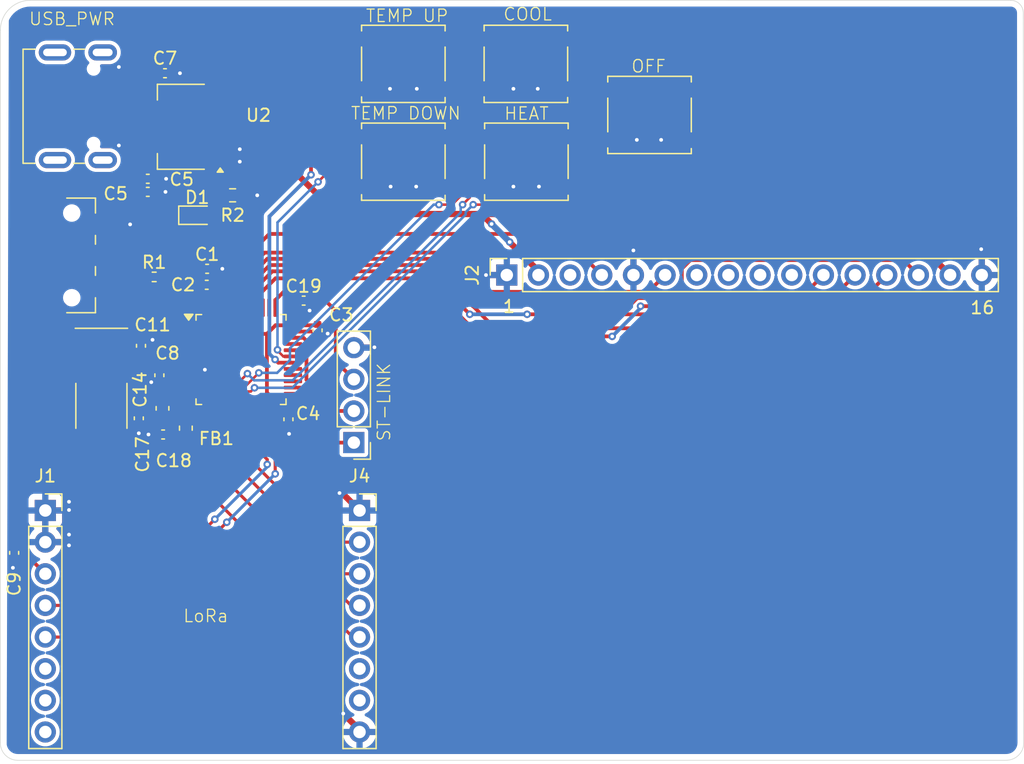
<source format=kicad_pcb>
(kicad_pcb (version 20240108) (generator "pcbnew") (generator_version "8.0")
  (layers (0 "F.Cu" signal) (31 "B.Cu" signal) (34 "B.Paste" user) (35 "F.Paste" user) (36 "B.SilkS" user "B.Silkscreen") (37 "F.SilkS" user "F.Silkscreen") (38 "B.Mask" user) (39 "F.Mask" user) (44 "Edge.Cuts" user))
  (net 0 "")
  (net 1 "+3.3V")
  (net 2 "GND")
  (net 3 "/NRST")
  (net 4 "/HSE_IN")
  (net 5 "/HSE_OUT")
  (net 6 "+3.3VA")
  (net 12 "/SWDIO")
  (net 13 "/SWCLK")
  (net 14 "/SW_BOOT0")
  (net 15 "+5V")
  (net 16 "/LCD_E")
  (net 18 "/LCD_D5")
  (net 19 "/LCD_D4")
  (net 20 "/LCD_D6")
  (net 21 "/LCD_RS")
  (net 22 "/LCD_D7")
  (net 23 "Net-(U6-BOOT0)")
  (net 29 "/SPI1_MOSI")
  (net 30 "/SPI1_SCK")
  (net 31 "/SPI1_MISO")
  (net 41 "/DIO0")
  (net 42 "/RST")
  (net 43 "/NSS")
  (net 48 "/Off_Pin")
  (net 49 "/AC_Pin")
  (net 50 "/Heat_Pin")
  (net 51 "/Temp_D_Pin")
  (net 52 "/Temp_U_Pin")
  (net 65 "Net-(D1-A)")
  (footprint "Button_Switch_SMD:SW_SPDT_CK_JS102011SAQN" (layer "F.Cu") (at 97.1228 106.2228 -90)
    (property "Reference" "SW1" (hide yes))
    (property "Value" "SW_SPDT" (hide yes))
  )
  (footprint "Button_Switch_SMD:SW_SPST_EVQP0" (layer "F.Cu") (at 133.55 90.85)
    (property "Reference" "SW3" (hide yes))
    (property "Value" "AC_On" (hide yes))
  )
  (footprint "Button_Switch_SMD:SW_SPST_EVQP0" (layer "F.Cu") (at 123.72 98.7)
    (property "Reference" "SW5" (hide yes))
    (property "Value" "Temp_Down" (hide yes))
  )
  (footprint "Package_QFP:LQFP-48_7x7mm_P0.5mm" (layer "F.Cu") (at 110.7 114.5825)
    (property "Reference" "U6" (hide yes))
    (property "Value" "STM32F103C8Tx" (hide yes))
  )
  (footprint "Capacitor_SMD:C_0402_1005Metric" (layer "F.Cu") (at 107.95 108.585)
    (property "Reference" "C2")
    (property "Value" "100n" (hide yes))
  )
  (footprint "Capacitor_SMD:C_0402_1005Metric" (layer "F.Cu") (at 102.675 113.48 90)
    (property "Reference" "C11")
    (property "Value" "10p" (hide yes))
  )
  (footprint "Connector_PinSocket_2.54mm:PinSocket_1x08_P2.54mm_Vertical" (layer "F.Cu") (at 95 126.7)
    (property "Reference" "J1")
    (property "Value" "LoRa_Left" (hide yes))
  )
  (footprint "Package_TO_SOT_SMD:SOT-223-3_TabPin2" (layer "F.Cu") (at 105.9 95.9 180)
    (property "Reference" "U2")
    (property "Value" "AMS1117-3.3" (hide yes))
  )
  (footprint "Capacitor_SMD:C_0402_1005Metric" (layer "F.Cu") (at 103.22 100.075)
    (property "Reference" "C5")
    (property "Value" "10u" (hide yes))
  )
  (footprint "Capacitor_SMD:C_0402_1005Metric" (layer "F.Cu") (at 116.84 112.24 -90)
    (property "Reference" "C3")
    (property "Value" "100n" (hide yes))
  )
  (footprint "Connector_PinHeader_2.54mm:PinHeader_1x04_P2.54mm_Vertical" (layer "F.Cu") (at 119.75 121.25 180)
    (property "Reference" "J3" (hide yes))
    (property "Value" "Conn_01x04_Pin" (hide yes))
  )
  (footprint "Capacitor_SMD:C_0402_1005Metric" (layer "F.Cu") (at 114.5032 119.38 -90)
    (property "Reference" "C4")
    (property "Value" "100n" (hide yes))
  )
  (footprint "Connector_PinSocket_2.54mm:PinSocket_1x16_P2.54mm_Vertical" (layer "F.Cu") (at 132.02 107.8 90)
    (property "Reference" "J2")
    (property "Value" "Conn_01x16" (hide yes))
  )
  (footprint "Connector_PinSocket_2.54mm:PinSocket_1x08_P2.54mm_Vertical" (layer "F.Cu") (at 120.206407 126.700549)
    (property "Reference" "J4")
    (property "Value" "LoRa_Right" (hide yes))
  )
  (footprint "LED_SMD:LED_0603_1608Metric" (layer "F.Cu") (at 107.1875 103)
    (property "Reference" "D1")
    (property "Value" "LED" (hide yes))
  )
  (footprint "Capacitor_SMD:C_0402_1005Metric" (layer "F.Cu") (at 103.22 101.125 180)
    (property "Reference" "C5")
    (property "Value" "10p" (hide yes))
  )
  (footprint "Capacitor_SMD:C_0402_1005Metric" (layer "F.Cu") (at 92.5 130.1 90)
    (property "Reference" "C9")
    (property "Value" "10p" (hide yes))
  )
  (footprint "Button_Switch_SMD:SW_SPST_EVQP0" (layer "F.Cu") (at 143.47 94.95)
    (property "Reference" "SW2" (hide yes))
    (property "Value" "Off_State" (hide yes))
  )
  (footprint "Resistor_SMD:R_0402_1005Metric" (layer "F.Cu") (at 103.7336 107.95)
    (property "Reference" "R1")
    (property "Value" "10k" (hide yes))
  )
  (footprint "Capacitor_SMD:C_0603_1608Metric" (layer "F.Cu") (at 104.4 118.5 90)
    (property "Reference" "C17")
    (property "Value" "10n" (hide yes))
  )
  (footprint "Button_Switch_SMD:SW_SPST_EVQP0" (layer "F.Cu") (at 133.59 98.7)
    (property "Reference" "SW4" (hide yes))
    (property "Value" "Heat_On" (hide yes))
  )
  (footprint "Capacitor_SMD:C_0402_1005Metric" (layer "F.Cu") (at 104.15 115.845 90)
    (property "Reference" "C8")
    (property "Value" "100n" (hide yes))
  )
  (footprint "Capacitor_SMD:C_0402_1005Metric" (layer "F.Cu") (at 104.45 120.6 180)
    (property "Reference" "C18")
    (property "Value" "1u" (hide yes))
  )
  (footprint "Button_Switch_SMD:SW_SPST_EVQP0" (layer "F.Cu") (at 123.72 90.85)
    (property "Reference" "SW6" (hide yes))
    (property "Value" "Temp_Up" (hide yes))
  )
  (footprint "Inductor_SMD:L_0603_1608Metric" (layer "F.Cu") (at 106.2736 120.0912 90)
    (property "Reference" "FB1")
    (property "Value" "120R" (hide yes))
  )
  (footprint "Capacitor_SMD:C_0402_1005Metric" (layer "F.Cu") (at 115.725 109.855)
    (property "Reference" "C19")
    (property "Value" "1u" (hide yes))
  )
  (footprint "Resistor_SMD:R_0603_1608Metric" (layer "F.Cu") (at 110.025 101.4 180)
    (property "Reference" "R2")
    (property "Value" "1k5" (hide yes))
  )
  (footprint "Capacitor_SMD:C_0402_1005Metric" (layer "F.Cu") (at 107.98 107.3)
    (property "Reference" "C1")
    (property "Value" "10u" (hide yes))
  )
  (footprint "Connector_USB:USB_C_Receptacle_JAE_DX07S016JA1R1500" (layer "F.Cu") (at 96.925 94.25 -90)
    (property "Reference" "P1" (hide yes))
    (property "Value" "USB_C_Plug" (hide yes))
  )
  (footprint "Crystal:Crystal_SMD_MicroCrystal_CC1V-T1A-2Pin_8.0x3.7mm_HandSoldering" (layer "F.Cu") (at 99.5 118.3 -90)
    (property "Reference" "Y2" (hide yes))
    (property "Value" "8MHz" (hide yes))
  )
  (footprint "Capacitor_SMD:C_0402_1005Metric" (layer "F.Cu") (at 102.5 119.3 -90)
    (property "Reference" "C14")
    (property "Value" "10p" (hide yes))
  )
  (footprint "Capacitor_SMD:C_0402_1005Metric" (layer "F.Cu") (at 104.6 91.6)
    (property "Reference" "C7")
    (property "Value" "10u" (hide yes))
  )
  (gr_arc (start 91.397056 88.147056) (mid 92.100013 86.450013) (end 93.797056 85.747056) (stroke (width 0.05)) (layer "Edge.Cuts"))
  (gr_arc (start 172.45 85.75) (mid 173.157107 86.042893) (end 173.45 86.75) (stroke (width 0.05)) (layer "Edge.Cuts"))
  (gr_line (start 92.789949 146.75) (end 172.1 146.75) (stroke (width 0.05)) (layer "Edge.Cuts"))
  (gr_arc (start 173.487419 145.348113) (mid 173.081768 146.33358) (end 172.099982 146.748062) (stroke (width 0.05)) (layer "Edge.Cuts"))
  (gr_arc (start 92.789949 146.75) (mid 91.800014 146.339935) (end 91.389949 145.35) (stroke (width 0.05)) (layer "Edge.Cuts"))
  (gr_line (start 91.389949 145.35) (end 91.397056 88.147056) (stroke (width 0.05)) (layer "Edge.Cuts"))
  (gr_line (start 172.45 85.75) (end 93.797056 85.747056) (stroke (width 0.05)) (layer "Edge.Cuts"))
  (gr_line (start 173.487419 145.348113) (end 173.45 86.75) (stroke (width 0.05)) (layer "Edge.Cuts"))
  (gr_text "OFF\n" (at 141.95 91.625 0) (layer "F.SilkS") (effects (font (size 1 1) (thickness 0.1)) (justify left bottom)))
  (gr_text "COOL\n" (at 131.675 87.45 0) (layer "F.SilkS") (effects (font (size 1 1) (thickness 0.1)) (justify left bottom)))
  (gr_text "1" (at 132.2 110.325 0) (layer "F.SilkS") (effects (font (size 1 1))))
  (gr_text "ST-LINK\n" (at 122.75 121.2 90) (layer "F.SilkS") (effects (font (size 1 1) (thickness 0.1)) (justify left bottom)))
  (gr_text "LoRa" (at 106 135.75 0) (layer "F.SilkS") (effects (font (size 1 1) (thickness 0.1)) (justify left bottom)))
  (gr_text "TEMP DOWN\n" (at 119.45 95.4 0) (layer "F.SilkS") (effects (font (size 1 1) (thickness 0.1)) (justify left bottom)))
  (gr_text "16" (at 170.175 110.425 0) (layer "F.SilkS") (effects (font (size 1 1))))
  (gr_text "HEAT\n" (at 131.75 95.425 0) (layer "F.SilkS") (effects (font (size 1 1) (thickness 0.1)) (justify left bottom)))
  (gr_text "USB_PWR\n" (at 93.625 87.825 0) (layer "F.SilkS") (effects (font (size 1 1) (thickness 0.1)) (justify left bottom)))
  (gr_text "TEMP UP\n" (at 120.65 87.575 0) (layer "F.SilkS") (effects (font (size 1 1) (thickness 0.1)) (justify left bottom)))
  (segment (start 102.74 102.105) (end 104.0175 103.3825) (width 0.5) (layer "F.Cu") (net 1))
  (segment (start 113.605 118.9) (end 113.45 118.745) (width 0.3) (layer "F.Cu") (net 1))
  (segment (start 92.5 129.62) (end 93.4 128.72) (width 0.3) (layer "F.Cu") (net 1))
  (segment (start 106.2736 119.08078) (end 106.2736 119.3037) (width 0.3) (layer "F.Cu") (net 1))
  (segment (start 113.4655 111.8325) (end 112.776 112.522) (width 0.3) (layer "F.Cu") (net 1))
  (segment (start 115.245 109.855) (end 115.245 111.45) (width 0.3) (layer "F.Cu") (net 1))
  (segment (start 108.06762 112.522) (end 107.37812 111.8325) (width 0.3) (layer "F.Cu") (net 1))
  (segment (start 95.7398 109.4558) (end 98.1728 107.0228) (width 0.3) (layer "F.Cu") (net 1))
  (segment (start 115.245 111.45) (end 114.8625 111.8325) (width 0.3) (layer "F.Cu") (net 1))
  (segment (start 114.8625 111.8325) (end 113.4655 111.8325) (width 0.3) (layer "F.Cu") (net 1))
  (segment (start 107.47 109.94) (end 107.47 108.585) (width 0.3) (layer "F.Cu") (net 1))
  (segment (start 114.813199 118.9) (end 117.163199 121.25) (width 0.3) (layer "F.Cu") (net 1))
  (segment (start 112.776 112.522) (end 108.06762 112.522) (width 0.3) (layer "F.Cu") (net 1))
  (segment (start 106.5375 111.8325) (end 106.205 111.5) (width 0.3) (layer "F.Cu") (net 1))
  (segment (start 104.2175 103.5825) (end 104.4175 103.7825) (width 0.5) (layer "F.Cu") (net 1))
  (segment (start 107.95 110.42) (end 107.47 109.94) (width 0.3) (layer "F.Cu") (net 1))
  (segment (start 102.74 102.105) (end 99.118722 102.105) (width 0.5) (layer "F.Cu") (net 1))
  (segment (start 102.75 95.9) (end 102.5 96.15) (width 0.5) (layer "F.Cu") (net 1))
  (segment (start 93.4 111.7956) (end 95.7398 109.4558) (width 0.3) (layer "F.Cu") (net 1))
  (segment (start 98.1728 103.050922) (end 98.1728 107.0228) (width 0.5) (layer "F.Cu") (net 1))
  (segment (start 114.5032 118.9) (end 113.605 118.9) (width 0.3) (layer "F.Cu") (net 1))
  (segment (start 113.45 117.90438) (end 113.45 118.745) (width 0.3) (layer "F.Cu") (net 1))
  (segment (start 107.47 108.585) (end 107.47 107.33) (width 0.3) (layer "F.Cu") (net 1))
  (segment (start 99.118722 102.105) (end 98.1728 103.050922) (width 0.5) (layer "F.Cu") (net 1))
  (segment (start 98.1728 107.0228) (end 99.8728 108.7228) (width 0.5) (layer "F.Cu") (net 1))
  (segment (start 106.4 103) (end 105.2 103) (width 0.3) (layer "F.Cu") (net 1))
  (segment (start 104.0175 103.3825) (end 104.2175 103.5825) (width 0.5) (layer "F.Cu") (net 1))
  (segment (start 113.45 117.90438) (end 113.20312 117.6575) (width 0.3) (layer "F.Cu") (net 1))
  (segment (start 102.74 100.075) (end 102.74 101.125) (width 0.5) (layer "F.Cu") (net 1))
  (segment (start 93.4 128.72) (end 93.4 111.7956) (width 0.3) (layer "F.Cu") (net 1))
  (segment (start 112.776 112.522) (end 112.776 117.23038) (width 0.3) (layer "F.Cu") (net 1))
  (segment (start 92.5 129.62) (end 92.84 129.62) (width 0.3) (layer "F.Cu") (net 1))
  (segment (start 112.776 117.23038) (end 113.45 117.90438) (width 0.3) (layer "F.Cu") (net 1))
  (segment (start 105.2 103) (end 104.4175 103.7825) (width 0.3) (layer "F.Cu") (net 1))
  (segment (start 107.5 106.865) (end 107.5 107.3) (width 0.5) (layer "F.Cu") (net 1))
  (segment (start 92.84 129.62) (end 95 131.78) (width 0.3) (layer "F.Cu") (net 1))
  (segment (start 97.797918 111.5) (end 95.753718 109.4558) (width 0.3) (layer "F.Cu") (net 1))
  (segment (start 102.74 102.105) (end 102.74 101.125) (width 0.5) (layer "F.Cu") (net 1))
  (segment (start 107.37812 111.8325) (end 106.5375 111.8325) (width 0.3) (layer "F.Cu") (net 1))
  (segment (start 95.753718 109.4558) (end 95.7398 109.4558) (width 0.3) (layer "F.Cu") (net 1))
  (segment (start 107.47 107.33) (end 107.5 107.3) (width 0.3) (layer "F.Cu") (net 1))
  (segment (start 107.69688 117.6575) (end 106.2736 119.08078) (width 0.3) (layer "F.Cu") (net 1))
  (segment (start 109.05 95.9) (end 102.75 95.9) (width 0.5) (layer "F.Cu") (net 1))
  (segment (start 116.7675 111.8325) (end 116.84 111.76) (width 0.3) (layer "F.Cu") (net 1))
  (segment (start 114.8625 111.8325) (end 116.7675 111.8325) (width 0.3) (layer "F.Cu") (net 1))
  (segment (start 113.20312 117.6575) (end 107.69688 117.6575) (width 0.3) (layer "F.Cu") (net 1))
  (segment (start 114.5032 118.9) (end 114.813199 118.9) (width 0.3) (layer "F.Cu") (net 1))
  (segment (start 106.205 111.5) (end 97.797918 111.5) (width 0.3) (layer "F.Cu") (net 1))
  (segment (start 117.163199 121.25) (end 119.75 121.25) (width 0.3) (layer "F.Cu") (net 1))
  (segment (start 102.5 96.15) (end 102.5 99.835) (width 0.5) (layer "F.Cu") (net 1))
  (segment (start 102.5 99.835) (end 102.74 100.075) (width 0.5) (layer "F.Cu") (net 1))
  (segment (start 104.4175 103.7825) (end 107.5 106.865) (width 0.5) (layer "F.Cu") (net 1))
  (segment (start 136.43 92.85) (end 134.5 92.85) (width 0.5) (layer "F.Cu") (net 2))
  (segment (start 120.84 92.85) (end 122.65 92.85) (width 0.5) (layer "F.Cu") (net 2))
  (segment (start 100.85 91.15) (end 100.9 91.1) (width 0.5) (layer "F.Cu") (net 2))
  (segment (start 112.95 118.745) (end 112.95 119.58562) (width 0.3) (layer "F.Cu") (net 2))
  (segment (start 106.5375 115.3325) (end 107.7325 115.3325) (width 0.3) (layer "F.Cu") (net 2))
  (segment (start 105.460393 115.3325) (end 106.5375 115.3325) (width 0.3) (layer "F.Cu") (net 2))
  (segment (start 108.45 108.605) (end 108.43 108.585) (width 0.3) (layer "F.Cu") (net 2))
  (segment (start 117.65 112.5) (end 117.06 112.5) (width 0.3) (layer "F.Cu") (net 2))
  (segment (start 104.95 117.175) (end 104.95 115.842893) (width 0.3) (layer "F.Cu") (net 2))
  (segment (start 116.793154 112.72) (end 116.84 112.72) (width 0.3) (layer "F.Cu") (net 2))
  (segment (start 103.2764 120.6) (end 103.97 120.6) (width 0.5) (layer "F.Cu") (net 2))
  (segment (start 92.5 131.2) (end 92.4 131.3) (width 0.5) (layer "F.Cu") (net 2))
  (segment (start 146.35 96.95) (end 144.4 96.95) (width 0.5) (layer "F.Cu") (net 2))
  (segment (start 117.06 112.5) (end 116.84 112.72) (width 0.3) (layer "F.Cu") (net 2))
  (segment (start 113.22438 119.86) (end 114.5032 119.86) (width 0.3) (layer "F.Cu") (net 2))
  (segment (start 114.5032 119.86) (end 114.5032 120.4976) (width 0.3) (layer "F.Cu") (net 2))
  (segment (start 103.575 116.325) (end 104.15 116.325) (width 0.3) (layer "F.Cu") (net 2))
  (segment (start 121.37 113.63) (end 121.4 113.6) (width 0.5) (layer "F.Cu") (net 2))
  (segment (start 99.975 91.15) (end 100.85 91.15) (width 0.5) (layer "F.Cu") (net 2))
  (segment (start 130.67 92.85) (end 132.55 92.85) (width 0.5) (layer "F.Cu") (net 2))
  (segment (start 100.85 97.35) (end 100.9 97.4) (width 0.5) (layer "F.Cu") (net 2))
  (segment (start 116.405654 112.3325) (end 116.793154 112.72) (width 0.3) (layer "F.Cu") (net 2))
  (segment (start 104.95 115.842893) (end 105.460393 115.3325) (width 0.3) (layer "F.Cu") (net 2))
  (segment (start 116.205 109.855) (end 116.205 110.645) (width 0.5) (layer "F.Cu") (net 2))
  (segment (start 114.5032 120.4976) (end 114.554 120.5484) (width 0.3) (layer "F.Cu") (net 2))
  (segment (start 92.5 130.58) (end 92.5 131.2) (width 0.5) (layer "F.Cu") (net 2))
  (segment (start 126.6 100.7) (end 124.75 100.7) (width 0.5) (layer "F.Cu") (net 2))
  (segment (start 99.975 97.35) (end 100.85 97.35) (width 0.5) (layer "F.Cu") (net 2))
  (segment (start 114.8625 112.3325) (end 116.405654 112.3325) (width 0.3) (layer "F.Cu") (net 2))
  (segment (start 136.47 100.7) (end 134.6 100.7) (width 0.5) (layer "F.Cu") (net 2))
  (segment (start 120.84 100.7) (end 122.7 100.7) (width 0.5) (layer "F.Cu") (net 2))
  (segment (start 108.45 110.42) (end 108.45 108.605) (width 0.3) (layer "F.Cu") (net 2))
  (segment (start 116.205 110.645) (end 116.2 110.65) (width 0.5) (layer "F.Cu") (net 2))
  (segment (start 102.5 120.5) (end 102.5 119.78) (width 0.3) (layer "F.Cu") (net 2))
  (segment (start 170.12 105.77) (end 170.075 105.725) (width 0.5) (layer "F.Cu") (net 2))
  (segment (start 140.59 96.95) (end 142.45 96.95) (width 0.5) (layer "F.Cu") (net 2))
  (segment (start 142.18 105.83) (end 142.175 105.825) (width 0.5) (layer "F.Cu") (net 2))
  (segment (start 120.206407 126.700549) (end 118.805858 125.3) (width 0.5) (layer "F.Cu") (net 2))
  (segment (start 108.46 107.3) (end 109.2 107.3) (width 0.5) (layer "F.Cu") (net 2))
  (segment (start 104.4 117.725) (end 104.95 117.175) (width 0.3) (layer "F.Cu") (net 2))
  (segment (start 118.805858 125.3) (end 118.6 125.3) (width 0.5) (layer "F.Cu") (net 2))
  (segment (start 120.206407 144.480549) (end 120.206407 144.306407) (width 0.5) (layer "F.Cu") (net 2))
  (segment (start 104.69 100.075) (end 103.7 100.075) (width 0.5) (layer "F.Cu") (net 2))
  (segment (start 120.206407 144.306407) (end 118.9 143) (width 0.5) (layer "F.Cu") (net 2))
  (segment (start 108.43 107.33) (end 108.46 107.3) (width 0.3) (layer "F.Cu") (net 2))
  (segment (start 130.71 100.7) (end 132.55 100.7) (width 0.5) (layer "F.Cu") (net 2))
  (segment (start 99.8728 103.7228) (end 101.7924 103.7228) (width 0.5) (layer "F.Cu") (net 2))
  (segment (start 130.35 107.8) (end 132.02 107.8) (width 0.5) (layer "F.Cu") (net 2))
  (segment (start 103.7 101.125) (end 104.64 101.125) (width 0.5) (layer "F.Cu") (net 2))
  (segment (start 142.18 107.8) (end 142.18 105.83) (width 0.5) (layer "F.Cu") (net 2))
  (segment (start 119.75 113.63) (end 121.37 113.63) (width 0.5) (layer "F.Cu") (net 2))
  (segment (start 110.85 101.4) (end 112 101.4) (width 0.5) (layer "F.Cu") (net 2))
  (segment (start 170.12 107.8) (end 170.12 105.77) (width 0.5) (layer "F.Cu") (net 2))
  (segment (start 107.7325 115.3325) (end 107.8 115.4) (width 0.3) (layer "F.Cu") (net 2))
  (segment (start 126.6 92.85) (end 124.8 92.85) (width 0.5) (layer "F.Cu") (net 2))
  (segment (start 105.08 91.6) (end 105.8 91.6) (width 0.5) (layer "F.Cu") (net 2))
  (segment (start 101.7924 103.7228) (end 101.8032 103.7336) (width 0.5) (layer "F.Cu") (net 2))
  (segment (start 112.95 119.58562) (end 113.22438 119.86) (width 0.3) (layer "F.Cu") (net 2))
  (segment (start 103.5 116.4) (end 103.575 116.325) (width 0.3) (layer "F.Cu") (net 2))
  (segment (start 103.6 113) (end 102.675 113) (width 0.5) (layer "F.Cu") (net 2))
  (segment (start 108.43 108.585) (end 108.43 107.33) (width 0.3) (layer "F.Cu") (net 2))
  (via (at 142.175 105.825) (size 0.6) (drill 0.3) (layers "F.Cu" "B.Cu") (net 2))
  (via (at 103.2764 120.6) (size 0.6) (drill 0.3) (layers "F.Cu" "B.Cu") (net 2))
  (via (at 134.6 100.7) (size 0.6) (drill 0.3) (layers "F.Cu" "B.Cu") (net 2))
  (via (at 96.9 129.5) (size 0.6) (drill 0.3) (layers "F.Cu" "B.Cu") (net 2))
  (via (at 144.4 96.95) (size 0.6) (drill 0.3) (layers "F.Cu" "B.Cu") (net 2))
  (via (at 103.6 113) (size 0.6) (drill 0.3) (layers "F.Cu" "B.Cu") (net 2))
  (via (at 107.8 115.4) (size 0.6) (drill 0.3) (layers "F.Cu" "B.Cu") (net 2))
  (via (at 124.8 92.85) (size 0.6) (drill 0.3) (layers "F.Cu" "B.Cu") (net 2))
  (via (at 101.8032 103.7336) (size 0.6) (drill 0.3) (layers "F.Cu" "B.Cu") (net 2))
  (via (at 100.9 97.4) (size 0.6) (drill 0.3) (layers "F.Cu" "B.Cu") (net 2))
  (via (at 102.5 120.5) (size 0.6) (drill 0.3) (layers "F.Cu" "B.Cu") (net 2))
  (via (at 110.6 97.7) (size 0.6) (drill 0.3) (layers "F.Cu" "B.Cu") (net 2))
  (via (at 122.7 100.7) (size 0.6) (drill 0.3) (layers "F.Cu" "B.Cu") (net 2))
  (via (at 92.4 131.3) (size 0.6) (drill 0.3) (layers "F.Cu" "B.Cu") (net 2))
  (via (at 96.9 128.6364) (size 0.6) (drill 0.3) (layers "F.Cu" "B.Cu") (net 2))
  (via (at 132.55 92.85) (size 0.6) (drill 0.3) (layers "F.Cu" "B.Cu") (net 2))
  (via (at 105.8 91.6) (size 0.6) (drill 0.3) (layers "F.Cu" "B.Cu") (net 2))
  (via (at 96.9 126.6604) (size 0.6) (drill 0.3) (layers "F.Cu" "B.Cu") (net 2))
  (via (at 122.65 92.85) (size 0.6) (drill 0.3) (layers "F.Cu" "B.Cu") (net 2))
  (via (at 170.075 105.725) (size 0.6) (drill 0.3) (layers "F.Cu" "B.Cu") (net 2))
  (via (at 142.45 96.95) (size 0.6) (drill 0.3) (layers "F.Cu" "B.Cu") (net 2))
  (via (at 117.65 112.5) (size 0.6) (drill 0.3) (layers "F.Cu" "B.Cu") (net 2))
  (via (at 132.55 100.7) (size 0.6) (drill 0.3) (layers "F.Cu" "B.Cu") (net 2))
  (via (at 112 101.4) (size 0.6) (drill 0.3) (layers "F.Cu" "B.Cu") (net 2))
  (via (at 104.69 100.075) (size 0.6) (drill 0.3) (layers "F.Cu" "B.Cu") (net 2))
  (via (at 118.6 125.3) (size 0.6) (drill 0.3) (layers "F.Cu" "B.Cu") (net 2))
  (via (at 114.554 120.5484) (size 0.6) (drill 0.3) (layers "F.Cu" "B.Cu") (net 2))
  (via (at 96.9 126) (size 0.6) (drill 0.3) (layers "F.Cu" "B.Cu") (net 2))
  (via (at 110.6 98.7) (size 0.6) (drill 0.3) (layers "F.Cu" "B.Cu") (net 2))
  (via (at 130.35 107.8) (size 0.6) (drill 0.3) (layers "F.Cu" "B.Cu") (net 2))
  (via (at 100.9 91.1) (size 0.6) (drill 0.3) (layers "F.Cu" "B.Cu") (net 2))
  (via (at 116.2 110.65) (size 0.6) (drill 0.3) (layers "F.Cu" "B.Cu") (net 2))
  (via (at 104.64 101.125) (size 0.6) (drill 0.3) (layers "F.Cu" "B.Cu") (net 2))
  (via (at 109.2 107.3) (size 0.6) (drill 0.3) (layers "F.Cu" "B.Cu") (net 2))
  (via (at 121.4 113.6) (size 0.6) (drill 0.3) (layers "F.Cu" "B.Cu") (net 2))
  (via (at 103.5 116.4) (size 0.6) (drill 0.3) (layers "F.Cu" "B.Cu") (net 2))
  (via (at 134.5 92.85) (size 0.6) (drill 0.3) (layers "F.Cu" "B.Cu") (net 2))
  (via (at 118.9 143) (size 0.6) (drill 0.3) (layers "F.Cu" "B.Cu") (net 2))
  (via (at 124.75 100.7) (size 0.6) (drill 0.3) (layers "F.Cu" "B.Cu") (net 2))
  (segment (start 106.5375 114.8325) (end 104.6825 114.8325) (width 0.3) (layer "F.Cu") (net 3))
  (segment (start 104.6825 114.8325) (end 104.15 115.365) (width 0.3) (layer "F.Cu") (net 3))
  (segment (start 99.8275 113.96) (end 99.5 114.2875) (width 0.3) (layer "F.Cu") (net 4))
  (segment (start 106.5375 113.8325) (end 102.8025 113.8325) (width 0.3) (layer "F.Cu") (net 4))
  (segment (start 102.8025 113.8325) (end 102.675 113.96) (width 0.3) (layer "F.Cu") (net 4))
  (segment (start 102.675 113.96) (end 99.8275 113.96) (width 0.3) (layer "F.Cu") (net 4))
  (segment (start 102.7275 113.8325) (end 102.6 113.96) (width 0.3) (layer "F.Cu") (net 4))
  (segment (start 102.5 118.82) (end 102.5 116.008154) (width 0.3) (layer "F.Cu") (net 5))
  (segment (start 99.5 121.510001) (end 99.5 122.3125) (width 0.3) (layer "F.Cu") (net 5))
  (segment (start 102.190001 118.82) (end 99.5 121.510001) (width 0.3) (layer "F.Cu") (net 5))
  (segment (start 102.5 118.82) (end 102.190001 118.82) (width 0.3) (layer "F.Cu") (net 5))
  (segment (start 102.5 116.008154) (end 104.175654 114.3325) (width 0.3) (layer "F.Cu") (net 5))
  (segment (start 104.175654 114.3325) (end 106.5375 114.3325) (width 0.3) (layer "F.Cu") (net 5))
  (segment (start 104.93 120.6) (end 104.93 119.805) (width 0.5) (layer "F.Cu") (net 6))
  (segment (start 105.9949 120.6) (end 106.2736 120.8787) (width 0.5) (layer "F.Cu") (net 6))
  (segment (start 105.45 116.05) (end 105.6675 115.8325) (width 0.3) (layer "F.Cu") (net 6))
  (segment (start 104.93 120.6) (end 105.9949 120.6) (width 0.5) (layer "F.Cu") (net 6))
  (segment (start 105.45 118.225) (end 105.45 116.05) (width 0.3) (layer "F.Cu") (net 6))
  (segment (start 105.6675 115.8325) (end 106.5375 115.8325) (width 0.3) (layer "F.Cu") (net 6))
  (segment (start 104.4 119.275) (end 105.45 118.225) (width 0.3) (layer "F.Cu") (net 6))
  (segment (start 104.93 119.805) (end 104.4 119.275) (width 0.5) (layer "F.Cu") (net 6))
  (segment (start 118.456 118.71) (end 115.95 116.204) (width 0.3) (layer "F.Cu") (net 12))
  (segment (start 115.70312 112.8325) (end 114.8625 112.8325) (width 0.3) (layer "F.Cu") (net 12))
  (segment (start 115.95 116.204) (end 115.95 113.07938) (width 0.3) (layer "F.Cu") (net 12))
  (segment (start 119.75 118.71) (end 118.456 118.71) (width 0.3) (layer "F.Cu") (net 12))
  (segment (start 115.95 113.07938) (end 115.70312 112.8325) (width 0.3) (layer "F.Cu") (net 12))
  (segment (start 113.45 109.816) (end 113.45 110.42) (width 0.3) (layer "F.Cu") (net 13))
  (segment (start 119.75 116.17) (end 118.3 114.72) (width 0.3) (layer "F.Cu") (net 13))
  (segment (start 118.3 114.72) (end 118.3 110.68) (width 0.3) (layer "F.Cu") (net 13))
  (segment (start 114.3 108.966) (end 113.45 109.816) (width 0.3) (layer "F.Cu") (net 13))
  (segment (start 116.586 108.966) (end 114.3 108.966) (width 0.3) (layer "F.Cu") (net 13))
  (segment (start 118.3 110.68) (end 116.586 108.966) (width 0.3) (layer "F.Cu") (net 13))
  (segment (start 103.2236 107.95) (end 101.6 107.95) (width 0.2) (layer "F.Cu") (net 14))
  (segment (start 101.6 107.95) (end 99.8728 106.2228) (width 0.2) (layer "F.Cu") (net 14))
  (segment (start 104.12 91.6) (end 104.12 91.909999) (width 0.5) (layer "F.Cu") (net 15))
  (segment (start 130.1 102.9) (end 162.68 102.9) (width 0.5) (layer "F.Cu") (net 15))
  (segment (start 132.25 105.15) (end 132.25 105.17) (width 0.5) (layer "F.Cu") (net 15))
  (segment (start 100.925 91.915) (end 100.925 96.585) (width 0.5) (layer "F.Cu") (net 15))
  (segment (start 99.975 91.9) (end 100.91 91.9) (width 0.5) (layer "F.Cu") (net 15))
  (segment (start 132.25 105.17) (end 134.56 107.48) (width 0.5) (layer "F.Cu") (net 15))
  (segment (start 162.68 102.9) (end 167.58 107.8) (width 0.5) (layer "F.Cu") (net 15))
  (segment (start 105.810001 93.6) (end 109.05 93.6) (width 0.5) (layer "F.Cu") (net 15))
  (segment (start 130.1 103) (end 130.8 103.7) (width 0.5) (layer "F.Cu") (net 15))
  (segment (start 100.925 91.915) (end 103.805 91.915) (width 0.5) (layer "F.Cu") (net 15))
  (segment (start 100.91 96.6) (end 99.975 96.6) (width 0.5) (layer "F.Cu") (net 15))
  (segment (start 109.1 93.6) (end 118.4 102.9) (width 0.5) (layer "F.Cu") (net 15))
  (segment (start 118.4 102.9) (end 130.1 102.9) (width 0.5) (layer "F.Cu") (net 15))
  (segment (start 100.925 96.585) (end 100.91 96.6) (width 0.5) (layer "F.Cu") (net 15))
  (segment (start 109.05 93.6) (end 109.1 93.6) (width 0.5) (layer "F.Cu") (net 15))
  (segment (start 103.805 91.915) (end 104.12 91.6) (width 0.5) (layer "F.Cu") (net 15))
  (segment (start 104.12 91.909999) (end 105.810001 93.6) (width 0.5) (layer "F.Cu") (net 15))
  (segment (start 100.91 91.9) (end 100.925 91.915) (width 0.5) (layer "F.Cu") (net 15))
  (segment (start 134.56 107.48) (end 134.56 107.8) (width 0.5) (layer "F.Cu") (net 15))
  (segment (start 130.1 102.9) (end 130.1 103) (width 0.5) (layer "F.Cu") (net 15))
  (via (at 132.25 105.15) (size 0.6) (drill 0.3) (layers "F.Cu" "B.Cu") (net 15))
  (via (at 130.8 103.7) (size 0.6) (drill 0.3) (layers "F.Cu" "B.Cu") (net 15))
  (segment (start 132.25 105.15) (end 130.8 103.7) (width 0.5) (layer "B.Cu") (net 15))
  (segment (start 126.433451 106) (end 129.583451 109.15) (width 0.3) (layer "F.Cu") (net 16))
  (segment (start 109.45 109.278952) (end 109.965 108.763952) (width 0.3) (layer "F.Cu") (net 16))
  (segment (start 143.37 109.15) (end 144.72 107.8) (width 0.3) (layer "F.Cu") (net 16))
  (segment (start 109.965 108.763952) (end 109.965 108.627893) (width 0.3) (layer "F.Cu") (net 16))
  (segment (start 109.45 110.42) (end 109.45 109.278952) (width 0.3) (layer "F.Cu") (net 16))
  (segment (start 129.583451 109.15) (end 143.37 109.15) (width 0.3) (layer "F.Cu") (net 16))
  (segment (start 109.965 108.627893) (end 112.592893 106) (width 0.3) (layer "F.Cu") (net 16))
  (segment (start 112.592893 106) (end 126.433451 106) (width 0.3) (layer "F.Cu") (net 16))
  (segment (start 110.95 109.193166) (end 110.965 109.178166) (width 0.3) (layer "F.Cu") (net 18))
  (segment (start 158.225 112.075) (end 162.5 107.8) (width 0.3) (layer "F.Cu") (net 18))
  (segment (start 129.7 110.680761) (end 129.7 110.7) (width 0.3) (layer "F.Cu") (net 18))
  (segment (start 110.95 110.42) (end 110.95 109.193166) (width 0.3) (layer "F.Cu") (net 18))
  (segment (start 129.319239 110.3) (end 129.7 110.680761) (width 0.3) (layer "F.Cu") (net 18))
  (segment (start 110.965 109.178166) (end 110.965 109.042106) (width 0.3) (layer "F.Cu") (net 18))
  (segment (start 129.7 110.7) (end 131.075 112.075) (width 0.3) (layer "F.Cu") (net 18))
  (segment (start 113.007106 107) (end 126 107) (width 0.3) (layer "F.Cu") (net 18))
  (segment (start 131.075 112.075) (end 158.225 112.075) (width 0.3) (layer "F.Cu") (net 18))
  (segment (start 126 107) (end 129.3 110.3) (width 0.3) (layer "F.Cu") (net 18))
  (segment (start 129.3 110.3) (end 129.319239 110.3) (width 0.3) (layer "F.Cu") (net 18))
  (segment (start 110.965 109.042106) (end 113.007106 107) (width 0.3) (layer "F.Cu") (net 18))
  (segment (start 146.06 108.664999) (end 146.06 107.29) (width 0.3) (layer "F.Cu") (net 19))
  (segment (start 129.507106 109.8) (end 129.526345 109.8) (width 0.3) (layer "F.Cu") (net 19))
  (segment (start 146.75 106.6) (end 163.84 106.6) (width 0.3) (layer "F.Cu") (net 19))
  (segment (start 129.526345 109.8) (end 129.926345 110.2) (width 0.3) (layer "F.Cu") (net 19))
  (segment (start 110.45 110.42) (end 110.45 108.986059) (width 0.3) (layer "F.Cu") (net 19))
  (segment (start 163.84 106.6) (end 165.04 107.8) (width 0.3) (layer "F.Cu") (net 19))
  (segment (start 112.8 106.5) (end 126.207106 106.5) (width 0.3) (layer "F.Cu") (net 19))
  (segment (start 126.207106 106.5) (end 129.507106 109.8) (width 0.3) (layer "F.Cu") (net 19))
  (segment (start 110.45 108.986059) (end 110.465 108.971059) (width 0.3) (layer "F.Cu") (net 19))
  (segment (start 141.930761 110.2) (end 142.480761 109.65) (width 0.3) (layer "F.Cu") (net 19))
  (segment (start 110.465 108.835) (end 112.8 106.5) (width 0.3) (layer "F.Cu") (net 19))
  (segment (start 129.926345 110.2) (end 141.930761 110.2) (width 0.3) (layer "F.Cu") (net 19))
  (segment (start 145.074999 109.65) (end 146.06 108.664999) (width 0.3) (layer "F.Cu") (net 19))
  (segment (start 110.465 108.971059) (end 110.465 108.835) (width 0.3) (layer "F.Cu") (net 19))
  (segment (start 142.480761 109.65) (end 145.074999 109.65) (width 0.3) (layer "F.Cu") (net 19))
  (segment (start 146.06 107.29) (end 146.75 106.6) (width 0.3) (layer "F.Cu") (net 19))
  (segment (start 156.81 110.95) (end 133.65 110.95) (width 0.3) (layer "F.Cu") (net 20))
  (segment (start 111.465 109.249212) (end 113.214212 107.5) (width 0.3) (layer "F.Cu") (net 20))
  (segment (start 113.214212 107.5) (end 125.6 107.5) (width 0.3) (layer "F.Cu") (net 20))
  (segment (start 111.45 110.42) (end 111.45 109.400273) (width 0.3) (layer "F.Cu") (net 20))
  (segment (start 111.45 109.400273) (end 111.465 109.385273) (width 0.3) (layer "F.Cu") (net 20))
  (segment (start 159.96 107.8) (end 156.81 110.95) (width 0.3) (layer "F.Cu") (net 20))
  (segment (start 125.6 107.5) (end 129.05 110.95) (width 0.3) (layer "F.Cu") (net 20))
  (segment (start 111.465 109.385273) (end 111.465 109.249212) (width 0.3) (layer "F.Cu") (net 20))
  (via (at 133.65 110.95) (size 0.6) (drill 0.3) (layers "F.Cu" "B.Cu") (net 20))
  (via (at 129.05 110.95) (size 0.6) (drill 0.3) (layers "F.Cu" "B.Cu") (net 20))
  (segment (start 133.65 110.95) (end 129.05 110.95) (width 0.3) (layer "B.Cu") (net 20))
  (segment (start 109.465 108.556846) (end 109.465 108.002893) (width 0.3) (layer "F.Cu") (net 21))
  (segment (start 136.34 104.5) (end 139.64 107.8) (width 0.3) (layer "F.Cu") (net 21))
  (segment (start 112.967893 104.5) (end 136.34 104.5) (width 0.3) (layer "F.Cu") (net 21))
  (segment (start 108.95 110.42) (end 108.95 109.071846) (width 0.3) (layer "F.Cu") (net 21))
  (segment (start 108.95 109.071846) (end 109.465 108.556846) (width 0.3) (layer "F.Cu") (net 21))
  (segment (start 109.465 108.002893) (end 112.967893 104.5) (width 0.3) (layer "F.Cu") (net 21))
  (segment (start 125.458947 108.066053) (end 125.483947 108.091053) (width 0.3) (layer "F.Cu") (net 22))
  (segment (start 113.463327 108.066053) (end 125.458947 108.066053) (width 0.3) (layer "F.Cu") (net 22))
  (segment (start 125.483947 108.303186) (end 129.905761 112.725) (width 0.3) (layer "F.Cu") (net 22))
  (segment (start 154.92 110.3) (end 157.42 107.8) (width 0.3) (layer "F.Cu") (net 22))
  (segment (start 129.905761 112.725) (end 140.475 112.725) (width 0.3) (layer "F.Cu") (net 22))
  (segment (start 111.95 109.57938) (end 113.463327 108.066053) (width 0.3) (layer "F.Cu") (net 22))
  (segment (start 125.483947 108.091053) (end 125.483947 108.303186) (width 0.3) (layer "F.Cu") (net 22))
  (segment (start 111.95 110.42) (end 111.95 109.57938) (width 0.3) (layer "F.Cu") (net 22))
  (segment (start 142.75 110.3) (end 154.92 110.3) (width 0.3) (layer "F.Cu") (net 22))
  (via (at 142.75 110.3) (size 0.6) (drill 0.3) (layers "F.Cu" "B.Cu") (net 22))
  (via (at 140.475 112.725) (size 0.6) (drill 0.3) (layers "F.Cu" "B.Cu") (net 22))
  (segment (start 142.75 110.45) (end 142.75 110.3) (width 0.3) (layer "B.Cu") (net 22))
  (segment (start 140.475 112.725) (end 142.75 110.45) (width 0.3) (layer "B.Cu") (net 22))
  (segment (start 104.2436 108.0436) (end 104.2436 107.95) (width 0.2) (layer "F.Cu") (net 23))
  (segment (start 109.95 110.42) (end 109.95 111.18991) (width 0.2) (layer "F.Cu") (net 23))
  (segment (start 107.7 111.5) (end 104.2436 108.0436) (width 0.2) (layer "F.Cu") (net 23))
  (segment (start 109.95 111.18991) (end 109.63991 111.5) (width 0.2) (layer "F.Cu") (net 23))
  (segment (start 109.63991 111.5) (end 107.7 111.5) (width 0.2) (layer "F.Cu") (net 23))
  (segment (start 118.980549 131.780549) (end 109.6 122.4) (width 0.25) (layer "F.Cu") (net 29))
  (segment (start 109.6 122.4) (end 109.6 120.436396) (width 0.25) (layer "F.Cu") (net 29))
  (segment (start 109.95 120.086396) (end 109.95 118.745) (width 0.25) (layer "F.Cu") (net 29))
  (segment (start 120.206407 131.780549) (end 118.980549 131.780549) (width 0.25) (layer "F.Cu") (net 29))
  (segment (start 109.6 120.436396) (end 109.95 120.086396) (width 0.25) (layer "F.Cu") (net 29))
  (segment (start 108.95 119.550264) (end 108.95 118.745) (width 0.25) (layer "F.Cu") (net 30))
  (segment (start 107.6 120.900264) (end 108.95 119.550264) (width 0.25) (layer "F.Cu") (net 30))
  (segment (start 107.6 124.8) (end 107.6 120.900264) (width 0.25) (layer "F.Cu") (net 30))
  (segment (start 120.206407 136.860549) (end 119.660549 136.860549) (width 0.25) (layer "F.Cu") (net 30))
  (segment (start 119.660549 136.860549) (end 107.6 124.8) (width 0.25) (layer "F.Cu") (net 30))
  (segment (start 108.8 120.6) (end 108.8 123.6) (width 0.25) (layer "F.Cu") (net 31))
  (segment (start 108.8 123.6) (end 119.520549 134.320549) (width 0.25) (layer "F.Cu") (net 31))
  (segment (start 109.45 119.95) (end 108.8 120.6) (width 0.25) (layer "F.Cu") (net 31))
  (segment (start 119.520549 134.320549) (end 120.206407 134.320549) (width 0.25) (layer "F.Cu") (net 31))
  (segment (start 109.45 118.745) (end 109.45 119.95) (width 0.25) (layer "F.Cu") (net 31))
  (segment (start 113.441942 123.758058) (end 113.441942 121.841942) (width 0.25) (layer "F.Cu") (net 41))
  (segment (start 100.34 136.86) (end 109.558058 127.641942) (width 0.25) (layer "F.Cu") (net 41))
  (segment (start 95 136.86) (end 100.34 136.86) (width 0.25) (layer "F.Cu") (net 41))
  (segment (start 113.441942 121.841942) (end 111.95 120.35) (width 0.25) (layer "F.Cu") (net 41))
  (segment (start 111.95 120.35) (end 111.95 118.745) (width 0.25) (layer "F.Cu") (net 41))
  (via (at 109.558058 127.641942) (size 0.6) (drill 0.3) (layers "F.Cu" "B.Cu") (net 41))
  (via (at 113.441942 123.758058) (size 0.6) (drill 0.3) (layers "F.Cu" "B.Cu") (net 41))
  (segment (start 109.558058 127.641942) (end 113.441942 123.758058) (width 0.25) (layer "B.Cu") (net 41))
  (segment (start 111.2 119.800264) (end 110.95 119.550264) (width 0.25) (layer "F.Cu") (net 42))
  (segment (start 112.8 122.6) (end 111.2 121) (width 0.25) (layer "F.Cu") (net 42))
  (segment (start 110.95 119.550264) (end 110.95 118.745) (width 0.25) (layer "F.Cu") (net 42))
  (segment (start 112.8 123) (end 112.8 122.6) (width 0.25) (layer "F.Cu") (net 42))
  (segment (start 111.2 121) (end 111.2 119.800264) (width 0.25) (layer "F.Cu") (net 42))
  (segment (start 101.68 134.32) (end 108.6 127.4) (width 0.25) (layer "F.Cu") (net 42))
  (segment (start 95 134.32) (end 101.68 134.32) (width 0.25) (layer "F.Cu") (net 42))
  (via (at 108.6 127.4) (size 0.6) (drill 0.3) (layers "F.Cu" "B.Cu") (net 42))
  (via (at 112.8 123) (size 0.6) (drill 0.3) (layers "F.Cu" "B.Cu") (net 42))
  (segment (start 108.6 127.4) (end 112.8 123.2) (width 0.25) (layer "B.Cu") (net 42))
  (segment (start 112.8 123.2) (end 112.8 123) (width 0.25) (layer "B.Cu") (net 42))
  (segment (start 110.45 118.745) (end 110.45 121.65) (width 0.25) (layer "F.Cu") (net 43))
  (segment (start 110.45 121.65) (end 118.040549 129.240549) (width 0.25) (layer "F.Cu") (net 43))
  (segment (start 118.040549 129.240549) (end 120.206407 129.240549) (width 0.25) (layer "F.Cu") (net 43))
  (segment (start 138.9 100.745) (end 138.9 94.64) (width 0.2) (layer "F.Cu") (net 48))
  (segment (start 111.480081 117.15) (end 111.780081 116.85) (width 0.2) (layer "F.Cu") (net 48))
  (segment (start 129.322054 102.15) (end 137.495 102.15) (width 0.2) (layer "F.Cu") (net 48))
  (segment (start 106.5375 117.3325) (end 107.385484 117.3325) (width 0.2) (layer "F.Cu") (net 48))
  (segment (start 137.495 102.15) (end 138.9 100.745) (width 0.2) (layer "F.Cu") (net 48))
  (segment (start 107.567984 117.15) (end 111.480081 117.15) (width 0.2) (layer "F.Cu") (net 48))
  (segment (start 107.385484 117.3325) (end 107.567984 117.15) (width 0.2) (layer "F.Cu") (net 48))
  (segment (start 139.65 93.05) (end 145.41 93.05) (width 0.2) (layer "F.Cu") (net 48))
  (segment (start 138.9 94.64) (end 140.59 92.95) (width 0.2) (layer "F.Cu") (net 48))
  (via (at 129.322054 102.15) (size 0.6) (drill 0.3) (layers "F.Cu" "B.Cu") (net 48))
  (via (at 111.780081 116.85) (size 0.6) (drill 0.3) (layers "F.Cu" "B.Cu") (net 48))
  (segment (start 128.722054 102.943161) (end 128.722054 102.75) (width 0.2) (layer "B.Cu") (net 48))
  (segment (start 114.815215 116.85) (end 128.722054 102.943161) (width 0.2) (layer "B.Cu") (net 48))
  (segment (start 128.722054 102.75) (end 129.322054 102.15) (width 0.2) (layer "B.Cu") (net 48))
  (segment (start 111.780081 116.85) (end 114.815215 116.85) (width 0.2) (layer "B.Cu") (net 48))
  (segment (start 126.574265 102.15) (end 127.625 102.15) (width 0.2) (layer "F.Cu") (net 49))
  (segment (start 128.55 101.225) (end 128.55 90.97) (width 0.2) (layer "F.Cu") (net 49))
  (segment (start 128.55 90.97) (end 130.67 88.85) (width 0.2) (layer "F.Cu") (net 49))
  (segment (start 111.026 116.75) (end 112.126 115.65) (width 0.2) (layer "F.Cu") (net 49))
  (segment (start 106.5375 116.8325) (end 107.30741 116.8325) (width 0.2) (layer "F.Cu") (net 49))
  (segment (start 130.67 88.85) (end 136.43 88.85) (width 0.2) (layer "F.Cu") (net 49))
  (segment (start 127.625 102.15) (end 128.55 101.225) (width 0.2) (layer "F.Cu") (net 49))
  (segment (start 107.38991 116.75) (end 111.026 116.75) (width 0.2) (layer "F.Cu") (net 49))
  (segment (start 107.30741 116.8325) (end 107.38991 116.75) (width 0.2) (layer "F.Cu") (net 49))
  (via (at 112.126 115.65) (size 0.6) (drill 0.3) (layers "F.Cu" "B.Cu") (net 49))
  (via (at 126.574265 102.15) (size 0.6) (drill 0.3) (layers "F.Cu" "B.Cu") (net 49))
  (segment (start 114.625 114.623529) (end 113.598529 115.65) (width 0.2) (layer "B.Cu") (net 49))
  (segment (start 126.574265 102.15) (end 126.15 102.15) (width 0.2) (layer "B.Cu") (net 49))
  (segment (start 114.625 113.675) (end 114.625 114.623529) (width 0.2) (layer "B.Cu") (net 49))
  (segment (start 113.598529 115.65) (end 112.126 115.65) (width 0.2) (layer "B.Cu") (net 49))
  (segment (start 126.15 102.15) (end 114.625 113.675) (width 0.2) (layer "B.Cu") (net 49))
  (segment (start 128.473527 102.15) (end 129.035 101.588527) (width 0.2) (layer "F.Cu") (net 50))
  (segment (start 130.71 96.7) (end 136.47 96.7) (width 0.2) (layer "F.Cu") (net 50))
  (segment (start 110.59497 116.3325) (end 111.213735 115.713735) (width 0.2) (layer "F.Cu") (net 50))
  (segment (start 106.5375 116.3325) (end 110.59497 116.3325) (width 0.2) (layer "F.Cu") (net 50))
  (segment (start 129.035 98.375) (end 130.71 96.7) (width 0.2) (layer "F.Cu") (net 50))
  (segment (start 129.035 101.588527) (end 129.035 98.375) (width 0.2) (layer "F.Cu") (net 50))
  (via (at 128.473527 102.15) (size 0.6) (drill 0.3) (layers "F.Cu" "B.Cu") (net 50))
  (via (at 111.213735 115.713735) (size 0.6) (drill 0.3) (layers "F.Cu" "B.Cu") (net 50))
  (segment (start 128.322054 102.301473) (end 128.473527 102.15) (width 0.2) (layer "B.Cu") (net 50))
  (segment (start 114.849529 116.25) (end 128.322054 102.777475) (width 0.2) (layer "B.Cu") (net 50))
  (segment (start 128.322054 102.777475) (end 128.322054 102.301473) (width 0.2) (layer "B.Cu") (net 50))
  (segment (start 111.213735 115.713735) (end 111.75 116.25) (width 0.2) (layer "B.Cu") (net 50))
  (segment (start 111.75 116.25) (end 114.849529 116.25) (width 0.2) (layer "B.Cu") (net 50))
  (segment (start 114.8625 114.3325) (end 114.09259 114.3325) (width 0.2) (layer "F.Cu") (net 51))
  (segment (start 120.84 96.7) (end 126.6 96.7) (width 0.2) (layer "F.Cu") (net 51))
  (segment (start 120.5 96.7) (end 120.84 96.7) (width 0.2) (layer "F.Cu") (net 51))
  (segment (start 114.09259 114.3325) (end 113.625 113.86491) (width 0.2) (layer "F.Cu") (net 51))
  (segment (start 116.880331 100.319669) (end 120.5 96.7) (width 0.2) (layer "F.Cu") (net 51))
  (segment (start 113.625 113.86491) (end 113.625 113.802338) (width 0.2) (layer "F.Cu") (net 51))
  (via (at 113.625 113.802338) (size 0.6) (drill 0.3) (layers "F.Cu" "B.Cu") (net 51))
  (via (at 116.880331 100.319669) (size 0.6) (drill 0.3) (layers "F.Cu" "B.Cu") (net 51))
  (segment (start 113.625 103.575) (end 116.880331 100.319669) (width 0.2) (layer "B.Cu") (net 51))
  (segment (start 113.625 113.802338) (end 113.625 103.575) (width 0.2) (layer "B.Cu") (net 51))
  (segment (start 120.84 88.85) (end 126.6 88.85) (width 0.3) (layer "F.Cu") (net 52))
  (segment (start 116.314644 99.753982) (end 116.314644 93.375356) (width 0.3) (layer "F.Cu") (net 52))
  (segment (start 116.314644 93.375356) (end 120.84 88.85) (width 0.3) (layer "F.Cu") (net 52))
  (segment (start 113.684558 114.8325) (end 113.430359 114.578301) (width 0.3) (layer "F.Cu") (net 52))
  (segment (start 114.8625 114.8325) (end 113.684558 114.8325) (width 0.3) (layer "F.Cu") (net 52))
  (via (at 113.430359 114.578301) (size 0.6) (drill 0.3) (layers "F.Cu" "B.Cu") (net 52))
  (via (at 116.314644 99.753982) (size 0.6) (drill 0.3) (layers "F.Cu" "B.Cu") (net 52))
  (segment (start 112.975 114.122942) (end 112.975 103.093626) (width 0.3) (layer "B.Cu") (net 52))
  (segment (start 112.975 103.093626) (end 116.314644 99.753982) (width 0.3) (layer "B.Cu") (net 52))
  (segment (start 113.430359 114.578301) (end 112.975 114.122942) (width 0.3) (layer "B.Cu") (net 52))
  (segment (start 107.975 103) (end 107.975 102.625) (width 0.3) (layer "F.Cu") (net 65))
  (segment (start 107.975 102.625) (end 109.2 101.4) (width 0.3) (layer "F.Cu") (net 65))
  (zone (net 2) (net_name "GND") (layer "F.Cu") (priority 1) (connect_pads (clearance 0.5)) (min_thickness 0.25) (fill yes (thermal_gap 0.5) (thermal_bridge_width 0.5))
    (polygon (pts (xy 97.834 125.5964) (xy 97.834 130.1148) (xy 94.1568 130.1148) (xy 94.1568 125.5964)))
  )
  (zone (net 2) (net_name "GND") (layer "F.Cu") (priority 2) (connect_pads yes (clearance 0.5)) (min_thickness 0.25) (fill yes (thermal_gap 0.5) (thermal_bridge_width 0.5))
    (polygon (pts (xy 107.9 97.4) (xy 107.9 99.05) (xy 111.05 99.05) (xy 111.05 97.4)))
  )
  (zone (net 2) (net_name "GND") (layer "B.Cu") (connect_pads (clearance 0.3)) (min_thickness 0.25) (fill yes (thermal_gap 0.5) (thermal_bridge_width 0.5))
    (polygon (pts (xy 92.075 86.125) (xy 173.1 86.25) (xy 173.125 147.05) (xy 91.9 146.325)))
  )
)
</source>
